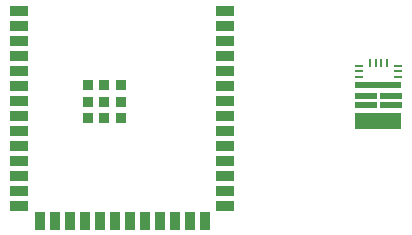
<source format=gbr>
%TF.GenerationSoftware,KiCad,Pcbnew,9.0.2*%
%TF.CreationDate,2025-11-05T15:04:59+13:00*%
%TF.ProjectId,Rob_Dev_Board,526f625f-4465-4765-9f42-6f6172642e6b,rev?*%
%TF.SameCoordinates,Original*%
%TF.FileFunction,Copper,L1,Top*%
%TF.FilePolarity,Positive*%
%FSLAX46Y46*%
G04 Gerber Fmt 4.6, Leading zero omitted, Abs format (unit mm)*
G04 Created by KiCad (PCBNEW 9.0.2) date 2025-11-05 15:04:59*
%MOMM*%
%LPD*%
G01*
G04 APERTURE LIST*
%TA.AperFunction,SMDPad,CuDef*%
%ADD10R,0.650001X0.249999*%
%TD*%
%TA.AperFunction,SMDPad,CuDef*%
%ADD11R,4.000000X0.499999*%
%TD*%
%TA.AperFunction,SMDPad,CuDef*%
%ADD12R,1.925000X0.499999*%
%TD*%
%TA.AperFunction,SMDPad,CuDef*%
%ADD13R,4.000000X1.350000*%
%TD*%
%TA.AperFunction,SMDPad,CuDef*%
%ADD14R,0.249999X0.650001*%
%TD*%
%TA.AperFunction,SMDPad,CuDef*%
%ADD15R,1.500000X0.900000*%
%TD*%
%TA.AperFunction,SMDPad,CuDef*%
%ADD16R,0.900000X1.500000*%
%TD*%
%TA.AperFunction,SMDPad,CuDef*%
%ADD17R,0.900000X0.900000*%
%TD*%
G04 APERTURE END LIST*
D10*
%TO.P,U1,1,FAULT_N*%
%TO.N,unconnected-(U1-FAULT_N-Pad1)*%
X101837498Y-78625000D03*
%TO.P,U1,2,IPROPI*%
%TO.N,unconnected-(U1-IPROPI-Pad2)*%
X101837498Y-79124999D03*
%TO.P,U1,3,SLEEP_N*%
%TO.N,unconnected-(U1-SLEEP_N-Pad3)*%
X101837498Y-79624998D03*
D11*
%TO.P,U1,4,VM*%
%TO.N,unconnected-(U1-VM-Pad4)*%
X103462499Y-80299998D03*
D12*
%TO.P,U1,5,OUT2*%
%TO.N,unconnected-(U1-OUT2-Pad5)*%
X102424998Y-81199999D03*
%TO.P,U1,6,OUT2*%
%TO.N,unconnected-(U1-OUT2-Pad6)*%
X102424998Y-82000000D03*
D13*
%TO.P,U1,7,GND*%
%TO.N,unconnected-(U1-GND-Pad7)*%
X103462499Y-83324998D03*
D12*
%TO.P,U1,8,OUT1*%
%TO.N,unconnected-(U1-OUT1-Pad8)*%
X104500000Y-82000000D03*
%TO.P,U1,9,OUT1*%
%TO.N,unconnected-(U1-OUT1-Pad9)*%
X104500000Y-81199999D03*
D10*
%TO.P,U1,10,DRVOFF*%
%TO.N,unconnected-(U1-DRVOFF-Pad10)*%
X105087500Y-79624998D03*
%TO.P,U1,11,EN_IN1*%
%TO.N,unconnected-(U1-EN_IN1-Pad11)*%
X105087500Y-79124999D03*
%TO.P,U1,12,PH_IN2*%
%TO.N,unconnected-(U1-PH_IN2-Pad12)*%
X105087500Y-78625000D03*
D14*
%TO.P,U1,13,DIAG*%
%TO.N,unconnected-(U1-DIAG-Pad13)*%
X104212500Y-78374998D03*
%TO.P,U1,14,SR*%
%TO.N,unconnected-(U1-SR-Pad14)*%
X103712499Y-78374998D03*
%TO.P,U1,15,ITRIP*%
%TO.N,unconnected-(U1-ITRIP-Pad15)*%
X103212499Y-78374998D03*
%TO.P,U1,16,MODE*%
%TO.N,unconnected-(U1-MODE-Pad16)*%
X102712498Y-78374998D03*
%TD*%
D15*
%TO.P,IC2,1,GND_1*%
%TO.N,unconnected-(IC2-GND_1-Pad1)*%
X73000000Y-73990000D03*
%TO.P,IC2,2,3V3*%
%TO.N,unconnected-(IC2-3V3-Pad2)*%
X73000000Y-75260000D03*
%TO.P,IC2,3,EN*%
%TO.N,unconnected-(IC2-EN-Pad3)*%
X73000000Y-76530000D03*
%TO.P,IC2,4,IO4*%
%TO.N,unconnected-(IC2-IO4-Pad4)*%
X73000000Y-77800000D03*
%TO.P,IC2,5,IO5*%
%TO.N,unconnected-(IC2-IO5-Pad5)*%
X73000000Y-79070000D03*
%TO.P,IC2,6,IO6*%
%TO.N,unconnected-(IC2-IO6-Pad6)*%
X73000000Y-80340000D03*
%TO.P,IC2,7,IO7*%
%TO.N,unconnected-(IC2-IO7-Pad7)*%
X73000000Y-81610000D03*
%TO.P,IC2,8,IO15*%
%TO.N,unconnected-(IC2-IO15-Pad8)*%
X73000000Y-82880000D03*
%TO.P,IC2,9,IO16*%
%TO.N,unconnected-(IC2-IO16-Pad9)*%
X73000000Y-84150000D03*
%TO.P,IC2,10,IO17*%
%TO.N,unconnected-(IC2-IO17-Pad10)*%
X73000000Y-85420000D03*
%TO.P,IC2,11,IO18*%
%TO.N,unconnected-(IC2-IO18-Pad11)*%
X73000000Y-86690000D03*
%TO.P,IC2,12,IO8*%
%TO.N,unconnected-(IC2-IO8-Pad12)*%
X73000000Y-87960000D03*
%TO.P,IC2,13,IO19*%
%TO.N,unconnected-(IC2-IO19-Pad13)*%
X73000000Y-89230000D03*
%TO.P,IC2,14,IO20*%
%TO.N,unconnected-(IC2-IO20-Pad14)*%
X73000000Y-90500000D03*
D16*
%TO.P,IC2,15,IO3*%
%TO.N,unconnected-(IC2-IO3-Pad15)*%
X74765000Y-91750000D03*
%TO.P,IC2,16,IO46*%
%TO.N,unconnected-(IC2-IO46-Pad16)*%
X76035000Y-91750000D03*
%TO.P,IC2,17,IO9*%
%TO.N,unconnected-(IC2-IO9-Pad17)*%
X77305000Y-91750000D03*
%TO.P,IC2,18,IO10*%
%TO.N,unconnected-(IC2-IO10-Pad18)*%
X78575000Y-91750000D03*
%TO.P,IC2,19,IO11*%
%TO.N,unconnected-(IC2-IO11-Pad19)*%
X79845000Y-91750000D03*
%TO.P,IC2,20,IO12*%
%TO.N,unconnected-(IC2-IO12-Pad20)*%
X81115000Y-91750000D03*
%TO.P,IC2,21,IO13*%
%TO.N,unconnected-(IC2-IO13-Pad21)*%
X82385000Y-91750000D03*
%TO.P,IC2,22,IO14*%
%TO.N,unconnected-(IC2-IO14-Pad22)*%
X83655000Y-91750000D03*
%TO.P,IC2,23,IO21*%
%TO.N,unconnected-(IC2-IO21-Pad23)*%
X84925000Y-91750000D03*
%TO.P,IC2,24,IO47*%
%TO.N,unconnected-(IC2-IO47-Pad24)*%
X86195000Y-91750000D03*
%TO.P,IC2,25,IO48*%
%TO.N,unconnected-(IC2-IO48-Pad25)*%
X87465000Y-91750000D03*
%TO.P,IC2,26,IO45*%
%TO.N,unconnected-(IC2-IO45-Pad26)*%
X88735000Y-91750000D03*
D15*
%TO.P,IC2,27,IO0*%
%TO.N,unconnected-(IC2-IO0-Pad27)*%
X90500000Y-90500000D03*
%TO.P,IC2,28,IO35*%
%TO.N,unconnected-(IC2-IO35-Pad28)*%
X90500000Y-89230000D03*
%TO.P,IC2,29,IO36*%
%TO.N,unconnected-(IC2-IO36-Pad29)*%
X90500000Y-87960000D03*
%TO.P,IC2,30,IO37*%
%TO.N,unconnected-(IC2-IO37-Pad30)*%
X90500000Y-86690000D03*
%TO.P,IC2,31,IO38*%
%TO.N,unconnected-(IC2-IO38-Pad31)*%
X90500000Y-85420000D03*
%TO.P,IC2,32,IO39*%
%TO.N,unconnected-(IC2-IO39-Pad32)*%
X90500000Y-84150000D03*
%TO.P,IC2,33,IO40*%
%TO.N,unconnected-(IC2-IO40-Pad33)*%
X90500000Y-82880000D03*
%TO.P,IC2,34,IO41*%
%TO.N,unconnected-(IC2-IO41-Pad34)*%
X90500000Y-81610000D03*
%TO.P,IC2,35,IO42*%
%TO.N,unconnected-(IC2-IO42-Pad35)*%
X90500000Y-80340000D03*
%TO.P,IC2,36,RXD0*%
%TO.N,unconnected-(IC2-RXD0-Pad36)*%
X90500000Y-79070000D03*
%TO.P,IC2,37,TXD0*%
%TO.N,unconnected-(IC2-TXD0-Pad37)*%
X90500000Y-77800000D03*
%TO.P,IC2,38,IO2*%
%TO.N,unconnected-(IC2-IO2-Pad38)*%
X90500000Y-76530000D03*
%TO.P,IC2,39,IO1*%
%TO.N,unconnected-(IC2-IO1-Pad39)*%
X90500000Y-75260000D03*
%TO.P,IC2,40,GND_2*%
%TO.N,unconnected-(IC2-GND_2-Pad40)*%
X90500000Y-73990000D03*
D17*
%TO.P,IC2,41,GND_3*%
%TO.N,unconnected-(IC2-GND_3-Pad41)*%
X80250000Y-81710000D03*
%TO.P,IC2,42,GND_4*%
%TO.N,unconnected-(IC2-GND_4-Pad42)*%
X78850000Y-80310000D03*
%TO.P,IC2,43,GND_5*%
%TO.N,unconnected-(IC2-GND_5-Pad43)*%
X78850000Y-81710000D03*
%TO.P,IC2,44,GND_6*%
%TO.N,unconnected-(IC2-GND_6-Pad44)*%
X78850000Y-83110000D03*
%TO.P,IC2,45,GND_7*%
%TO.N,unconnected-(IC2-GND_7-Pad45)*%
X80250000Y-83110000D03*
%TO.P,IC2,46,GND_8*%
%TO.N,unconnected-(IC2-GND_8-Pad46)*%
X81650000Y-83110000D03*
%TO.P,IC2,47,GND_9*%
%TO.N,unconnected-(IC2-GND_9-Pad47)*%
X81650000Y-81710000D03*
%TO.P,IC2,48,GND_10*%
%TO.N,unconnected-(IC2-GND_10-Pad48)*%
X81650000Y-80310000D03*
%TO.P,IC2,49,GND_11*%
%TO.N,unconnected-(IC2-GND_11-Pad49)*%
X80250000Y-80310000D03*
%TD*%
M02*

</source>
